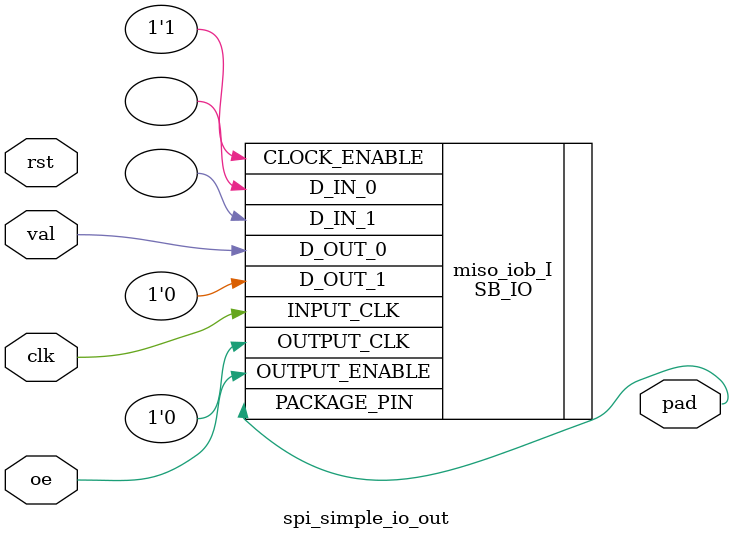
<source format=v>
/*
 * spi_simple.v
 *
 * CERN Open Hardware Licence v1.2 - See LICENSE
 *
 * Copyright (C) 2018  Sylvain Munaut
 *
 * vim: ts=4 sw=4
 */

`default_nettype none

module spi_simple (
	// SPI pads
	input  wire spi_mosi,
	output wire spi_miso,
	input  wire spi_cs_n,
	input  wire spi_clk,

	// Interface
	output wire [7:0] addr,
	output wire [7:0] data,
	output reg  first,
	output reg  last,
	output wire strobe,

	input  wire [7:0] out,

	// Clock / Reset
	input  wire  clk,
	input  wire  rst
);
	// Signals
	// -------

	wire spi_cs_n_i;
	wire spi_cs_n_r;
	wire spi_cs_n_f;
	wire spi_clk_r;
	wire spi_clk_f;
	wire spi_mosi_i;

	reg  spi_miso_out;
	wire spi_miso_oe;

	reg [8:0] shift_reg;
	reg [7:0] addr_reg;
	reg [2:0] bit_cnt;

	reg has_byte;
	reg addr_done;
	reg strobe_addr;
	reg strobe_ext;


	// IOs
	// ---

	// IOs
	spi_simple_io_in cs_n_io_I (
		.pad(spi_cs_n),
		.val(spi_cs_n_i),
		.rise(spi_cs_n_r),
		.fall(spi_cs_n_f),
		.clk(clk),
		.rst(rst)
	);

	spi_simple_io_in clk_io_I (
		.pad(spi_clk),
		.val(),
		.rise(spi_clk_r),
		.fall(spi_clk_f),
		.clk(clk),
		.rst(rst)
	);

	spi_simple_io_in mosi_io_I (
		.pad(spi_mosi),
		.val(spi_mosi_i),
		.rise(),
		.fall(),
		.clk(clk),
		.rst(rst)
	);

	spi_simple_io_out miso_io_I (
		.pad(spi_miso),
		.val(spi_miso_out),
		.oe(spi_miso_oe),
		.clk(clk),
		.rst(rst)
	);


	// Control logic
	// -------------

	// Output of single byte
	assign spi_miso_oe  = ~spi_cs_n_i;

	always @(posedge clk)
		if (spi_cs_n_f)
			spi_miso_out <= out[7];
		else if (spi_clk_f)
			spi_miso_out <= shift_reg[7] & ~(has_byte | addr_done);

	// Shift register
	always @(posedge clk)
		if (spi_cs_n_f)
			shift_reg <= { 1'b0, out };
		else if (spi_clk_r | spi_cs_n_r)
			shift_reg <= { shift_reg[7:0], spi_mosi_i };

	// Bit counter
	always @(posedge clk)
		if (spi_cs_n_f)
			bit_cnt <= 0;
		else
			bit_cnt <= bit_cnt + spi_clk_r;

	// Strobes
	always @(posedge clk)
		if (spi_cs_n_f) begin
			// Technically reset isn't needed ... but sharing it should allow
			// packing in the same TILE as the other bit using that reset line
			has_byte    <= 1'b0;
			strobe_addr <= 1'b0;
			strobe_ext  <= 1'b0;
		end else begin
			has_byte <= (has_byte & ~(spi_clk_r | spi_cs_n_r)) | ((bit_cnt == 3'b111) & spi_clk_r);
			strobe_addr <= has_byte & (spi_clk_r | spi_cs_n_r) & ~addr_done;
			strobe_ext  <= has_byte & (spi_clk_r | spi_cs_n_r) &  addr_done;
		end

	// Address register
	always @(posedge clk)
		if (spi_cs_n_f)
			addr_done <= 1'b0;
		else
			addr_done <= addr_done | strobe_addr;

	always @(posedge clk)
		if (strobe_addr)
			addr_reg <= shift_reg[8:1];

	// Outputs
	assign addr   = addr_reg;
	assign data   = shift_reg[8:1];
	assign strobe = strobe_ext;

	always @(posedge clk)
	begin
		if (spi_cs_n_f) begin
			first <= 1'b1;
			last  <= 1'b0;
		end else begin
			first <= first & ~strobe_ext;
			last  <= last | spi_cs_n_r;
		end
	end

endmodule // spi


module spi_simple_io_in (
	input  wire pad,
	output wire val,
	output reg  rise,
	output reg  fall,
	input  wire clk,
	input  wire rst
);
	// Signals
	wire iob_out;
	reg val_i;

	// IOB
	SB_IO #(
		.PIN_TYPE(6'b000000),
		.PULLUP(1'b0),
		.NEG_TRIGGER(1'b0),
		.IO_STANDARD("SB_LVCMOS")
	) cs_n_iob_I (
		.PACKAGE_PIN(pad),
		.CLOCK_ENABLE(1'b1),
		.INPUT_CLK(clk),
//		.OUTPUT_CLK(1'b0),
		.OUTPUT_ENABLE(1'b0),
		.D_OUT_0(1'b0),
		.D_OUT_1(1'b0),
		.D_IN_0(iob_out),
		.D_IN_1()
	);

	// Value and transition registers
	always @(posedge clk or posedge rst)
		if (rst) begin
			val_i <= 1'b0;
			rise  <= 1'b0;
			fall  <= 1'b0;
		end else begin
			val_i <=  iob_out;
			rise  <=  iob_out & ~val_i;
			fall  <= ~iob_out &  val_i;
		end

	assign val = val_i;

endmodule // spi_simple_io_in


module spi_simple_io_out (
	output wire pad,
	input  wire val,
	input  wire oe,
	input  wire clk,
	input  wire rst
);

	SB_IO #(
		.PIN_TYPE(6'b101001),
		.PULLUP(1'b0),
		.NEG_TRIGGER(1'b0),
		.IO_STANDARD("SB_LVCMOS")
	) miso_iob_I (
		.PACKAGE_PIN(pad),
		.CLOCK_ENABLE(1'b1),
		.INPUT_CLK(clk),
		.OUTPUT_CLK(1'b0),
		.OUTPUT_ENABLE(oe),
		.D_OUT_0(val),
		.D_OUT_1(1'b0),
		.D_IN_0(),
		.D_IN_1()
	);

endmodule // spi_simple_io_out

</source>
